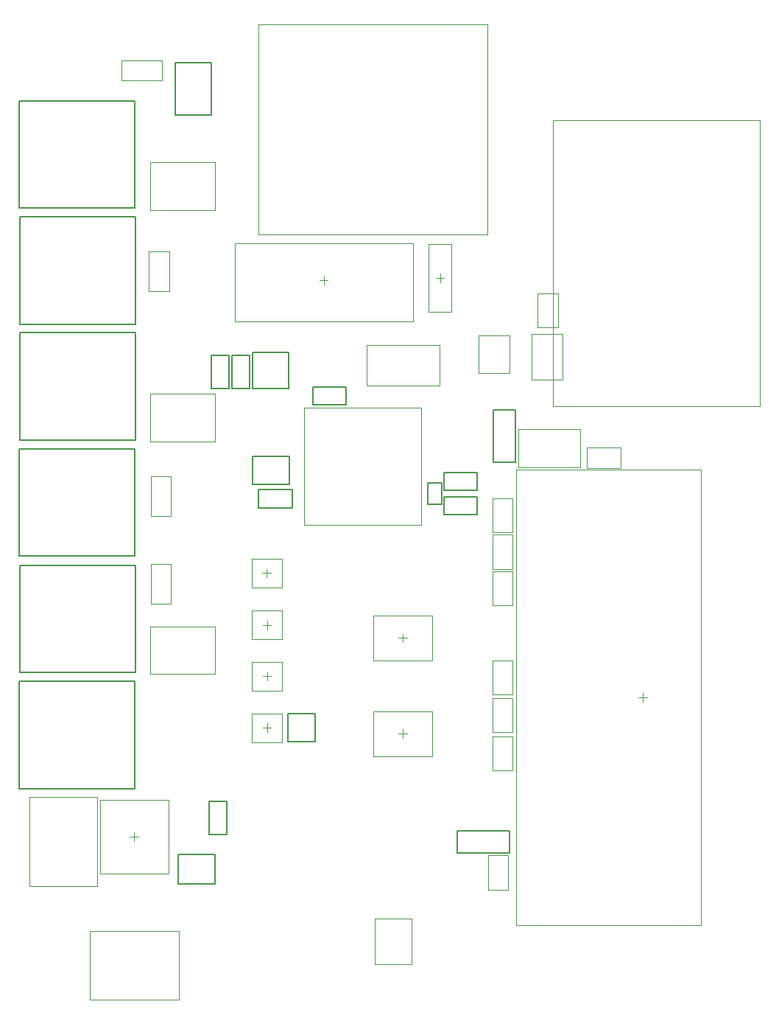
<source format=gbr>
%TF.GenerationSoftware,Altium Limited,Altium Designer,25.8.1 (18)*%
G04 Layer_Color=32768*
%FSLAX45Y45*%
%MOMM*%
%TF.SameCoordinates,031978D1-9D18-463A-8735-F8186BF7E524*%
%TF.FilePolarity,Positive*%
%TF.FileFunction,Other,Top_Courtyard*%
%TF.Part,Single*%
G01*
G75*
%TA.AperFunction,NonConductor*%
%ADD73C,0.10000*%
%ADD74C,0.20000*%
%ADD119C,0.05000*%
D73*
X5019985Y3401205D02*
Y3501205D01*
X4969984Y3451205D02*
X5069985D01*
X5399961Y8688790D02*
X5499961D01*
X5449961Y8638790D02*
Y8738790D01*
X3365039Y11596210D02*
X5995039D01*
Y9186210D02*
Y11596210D01*
X3365039Y9186210D02*
X5995039D01*
X3365039D02*
Y11596210D01*
X4969987Y4551204D02*
X5069987D01*
X5019987Y4501204D02*
Y4601204D01*
X3410083Y4701216D02*
X3510083D01*
X3460082Y4651216D02*
Y4751216D01*
X3410087Y4111216D02*
X3510087D01*
X3460087Y4061216D02*
Y4161216D01*
X3407539Y5296210D02*
X3507539D01*
X3457538Y5246210D02*
Y5346210D01*
X4062539Y8658210D02*
X4162539D01*
X4112539Y8608210D02*
Y8708210D01*
X3410038Y3521210D02*
X3510038D01*
X3460038Y3471210D02*
Y3571210D01*
X6748039Y7212210D02*
X9132039D01*
Y10496210D01*
X6748039D02*
X9132039D01*
X6748039Y7212210D02*
Y10496210D01*
D74*
X615057Y4157385D02*
X1945057D01*
Y5387385D01*
X615057D02*
X1945057D01*
X615057Y4157385D02*
Y5387385D01*
X2441090Y2067410D02*
X2866588D01*
Y1727410D02*
Y2067410D01*
X2441090Y1727410D02*
X2866588D01*
X2441090D02*
Y2067410D01*
X3291290Y7415039D02*
Y7830039D01*
X3706290D01*
Y7415039D02*
Y7830039D01*
X3291290Y7415039D02*
X3706290D01*
X3297639Y6634211D02*
X3717639D01*
Y6314211D02*
Y6634211D01*
X3297639Y6314211D02*
X3717639D01*
X3297639D02*
Y6634211D01*
X3059433Y7420604D02*
Y7801818D01*
X3260646D01*
Y7420604D02*
Y7801818D01*
X3059433Y7420604D02*
X3260646D01*
X2819438Y7420551D02*
X3020651D01*
Y7801764D01*
X2819438D02*
X3020651D01*
X2819438Y7420551D02*
Y7801764D01*
X5879180Y6249433D02*
Y6450646D01*
X5497967D02*
X5879180D01*
X5497967Y6249433D02*
Y6450646D01*
Y6249433D02*
X5879180D01*
X5876517Y5969439D02*
Y6170652D01*
X5495304D02*
X5876517D01*
X5495304Y5969439D02*
Y6170652D01*
Y5969439D02*
X5876517D01*
X5308797Y6089996D02*
X5468797D01*
Y6329996D01*
X5308797D02*
X5468797D01*
X5308797Y6089996D02*
Y6329996D01*
X3705090Y3361227D02*
X4015090D01*
X3705090D02*
Y3681227D01*
X4015090D01*
Y3361227D02*
Y3681227D01*
X2796027Y2679521D02*
X3001849D01*
X2796027Y2293699D02*
Y2679521D01*
Y2293699D02*
X3001849D01*
Y2679521D01*
X3989396Y7230593D02*
Y7431806D01*
Y7230593D02*
X4370609D01*
Y7431806D01*
X3989396D02*
X4370609D01*
X614039Y5491211D02*
X1944039D01*
Y6721211D01*
X614039D02*
X1944039D01*
X614039Y5491211D02*
Y6721211D01*
X614039Y9491210D02*
X1944039D01*
Y10721210D01*
X614039D02*
X1944039D01*
X614039Y9491210D02*
Y10721210D01*
X6062540Y7169122D02*
X6317540D01*
X6062540Y6573300D02*
Y7169122D01*
Y6573300D02*
X6317540D01*
Y7169122D01*
X615039Y8156210D02*
X1945039D01*
Y9386210D01*
X615039D02*
X1945039D01*
X615039Y8156210D02*
Y9386210D01*
X3364736Y6048300D02*
Y6254122D01*
Y6048300D02*
X3750558D01*
Y6254122D01*
X3364736D02*
X3750558D01*
X615039Y6826850D02*
X1945039D01*
Y8056851D01*
X615039D02*
X1945039D01*
X615039Y6826850D02*
Y8056851D01*
X614039Y2822430D02*
X1944039D01*
Y4052430D01*
X614039D02*
X1944039D01*
X614039Y2822430D02*
Y4052430D01*
X2402556Y10559160D02*
Y11163160D01*
X2817556D01*
Y10559160D02*
Y11163160D01*
X2402556Y10559160D02*
X2817556D01*
X5652111Y2083766D02*
Y2338766D01*
Y2083766D02*
X6247933D01*
Y2338766D01*
X5652111D02*
X6247933D01*
D119*
X6325039Y1256210D02*
X8452539D01*
Y6486211D01*
X6325039D02*
X8452539D01*
X6325039Y1256210D02*
Y6486211D01*
X7730039Y3871210D02*
X7830039D01*
X7780039Y3821210D02*
Y3921210D01*
X4702538Y803710D02*
Y1328710D01*
Y803710D02*
X5127538D01*
Y1328710D01*
X4702538D02*
X5127538D01*
X5232539Y5848710D02*
Y7193710D01*
X3887539D02*
X5232539D01*
X3887539Y5848710D02*
Y7193710D01*
Y5848710D02*
X5232539D01*
X4679985Y3191205D02*
X5359985D01*
X4679985Y3711205D02*
X5359985D01*
Y3191205D02*
Y3711205D01*
X4679985Y3191205D02*
Y3711205D01*
X1422539Y401210D02*
X2447539D01*
X1422539D02*
Y1181210D01*
X2447539D01*
Y401210D02*
Y1181210D01*
X5315461Y8297790D02*
Y9079790D01*
Y8297790D02*
X5584461D01*
X5315461Y9079790D02*
X5584461D01*
Y8297790D02*
Y9079790D01*
X4679987Y4291204D02*
Y4811204D01*
X5359987Y4291204D02*
Y4811204D01*
X4679987D02*
X5359987D01*
X4679987Y4291204D02*
X5359987D01*
X2125046Y4940673D02*
X2355046D01*
Y5401673D01*
X2125046D02*
X2355046D01*
X2125046Y4940673D02*
Y5401673D01*
X6250027Y7598751D02*
Y8023751D01*
X5890027Y7598751D02*
X6250027D01*
X5890027D02*
Y8023751D01*
X6250027D01*
X2105032Y8991750D02*
X2335032D01*
X2105032Y8530750D02*
Y8991750D01*
Y8530750D02*
X2335032D01*
Y8991750D01*
X4607539Y7451710D02*
X5447539D01*
X4607539D02*
Y7916710D01*
X5447539D01*
Y7451710D02*
Y7916710D01*
X3635083Y4536216D02*
Y4866216D01*
X3285083Y4536216D02*
Y4866216D01*
Y4536216D02*
X3635083D01*
X3285083Y4866216D02*
X3635083D01*
X2117539Y9466210D02*
X2862539D01*
X2117539D02*
Y10016210D01*
X2862539D01*
Y9466210D02*
Y10016210D01*
X2125046Y6410319D02*
X2355046D01*
X2125046Y5949319D02*
Y6410319D01*
Y5949319D02*
X2355046D01*
Y6410319D01*
X1789539Y10956210D02*
X2250539D01*
X1789539D02*
Y11186211D01*
X2250539D01*
Y10956210D02*
Y11186211D01*
X6055038Y5316210D02*
X6285038D01*
X6055038Y4926210D02*
Y5316210D01*
Y4926210D02*
X6285038D01*
Y5316210D01*
X6282539Y3473509D02*
Y3863509D01*
X6052539Y3473509D02*
X6282539D01*
X6052539D02*
Y3863509D01*
X6282539D01*
X6282538Y3031689D02*
Y3421689D01*
X6052538Y3031689D02*
X6282538D01*
X6052538D02*
Y3421689D01*
X6282538D01*
X6055034Y6156252D02*
X6285034D01*
X6055034Y5766252D02*
Y6156252D01*
Y5766252D02*
X6285034D01*
Y6156252D01*
X6575046Y8116169D02*
Y8506170D01*
X6805046D01*
Y8116169D02*
Y8506170D01*
X6575046Y8116169D02*
X6805046D01*
X6855027Y7521250D02*
Y8041250D01*
X6505028Y7521250D02*
X6855027D01*
X6505028D02*
Y8041250D01*
X6855027D01*
X3635087Y3946216D02*
Y4276216D01*
X3285087Y3946216D02*
Y4276216D01*
Y3946216D02*
X3635087D01*
X3285087Y4276216D02*
X3635087D01*
X3632539Y5131210D02*
Y5461210D01*
X3282539Y5131210D02*
Y5461210D01*
Y5131210D02*
X3632539D01*
X3282539Y5461210D02*
X3632539D01*
X6355039Y6509211D02*
X7065039D01*
X6355039D02*
Y6953211D01*
X7065039D01*
Y6509211D02*
Y6953211D01*
X6235039Y1661210D02*
Y2061211D01*
X6005039Y1661210D02*
X6235039D01*
X6005039D02*
Y2061211D01*
X6235039D01*
X7135039Y6506210D02*
Y6736210D01*
Y6506210D02*
X7525039D01*
Y6736210D01*
X7135039D02*
X7525039D01*
X6282539Y3906210D02*
Y4296211D01*
X6052539Y3906210D02*
X6282539D01*
X6052539D02*
Y4296211D01*
X6282539D01*
X6055033Y5736261D02*
X6285033D01*
X6055033Y5346260D02*
Y5736261D01*
Y5346260D02*
X6285033D01*
Y5736261D01*
X2862586Y4136228D02*
Y4686228D01*
X2117586D02*
X2862586D01*
X2117586Y4136228D02*
Y4686228D01*
Y4136228D02*
X2862586D01*
X5137539Y8190210D02*
Y9088210D01*
X3087539Y8190210D02*
X5137539D01*
X3087539Y9088210D02*
X5137539D01*
X3087539Y8190210D02*
Y9088210D01*
X3635038Y3356210D02*
Y3686210D01*
X3285038Y3356210D02*
Y3686210D01*
Y3356210D02*
X3635038D01*
X3285038Y3686210D02*
X3635038D01*
X1510039Y1698710D02*
Y2723710D01*
X730039Y1698710D02*
X1510039D01*
X730039D02*
Y2723710D01*
X1510039D01*
X2117582Y6806227D02*
X2862582D01*
X2117582D02*
Y7356227D01*
X2862582D01*
Y6806227D02*
Y7356227D01*
X1538239Y1848611D02*
Y2688611D01*
Y1848611D02*
X2328239D01*
Y2688611D01*
X1538239D02*
X2328239D01*
X1933239Y2218611D02*
Y2318611D01*
X1883239Y2268611D02*
X1983239D01*
%TF.MD5,6a99930732eb981fd6349ec169b088fd*%
M02*

</source>
